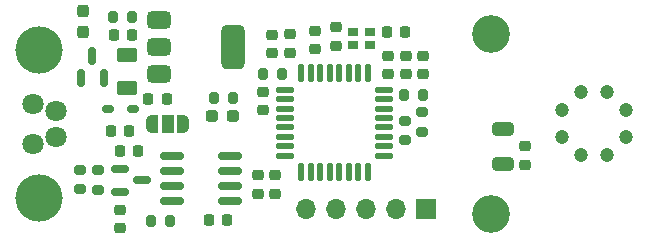
<source format=gbr>
%TF.GenerationSoftware,KiCad,Pcbnew,8.0.8*%
%TF.CreationDate,2025-03-12T20:30:10+01:00*%
%TF.ProjectId,TTS,5454532e-6b69-4636-9164-5f7063625858,rev?*%
%TF.SameCoordinates,PX2255100PY2ebae40*%
%TF.FileFunction,Soldermask,Top*%
%TF.FilePolarity,Negative*%
%FSLAX46Y46*%
G04 Gerber Fmt 4.6, Leading zero omitted, Abs format (unit mm)*
G04 Created by KiCad (PCBNEW 8.0.8) date 2025-03-12 20:30:10*
%MOMM*%
%LPD*%
G01*
G04 APERTURE LIST*
G04 Aperture macros list*
%AMRoundRect*
0 Rectangle with rounded corners*
0 $1 Rounding radius*
0 $2 $3 $4 $5 $6 $7 $8 $9 X,Y pos of 4 corners*
0 Add a 4 corners polygon primitive as box body*
4,1,4,$2,$3,$4,$5,$6,$7,$8,$9,$2,$3,0*
0 Add four circle primitives for the rounded corners*
1,1,$1+$1,$2,$3*
1,1,$1+$1,$4,$5*
1,1,$1+$1,$6,$7*
1,1,$1+$1,$8,$9*
0 Add four rect primitives between the rounded corners*
20,1,$1+$1,$2,$3,$4,$5,0*
20,1,$1+$1,$4,$5,$6,$7,0*
20,1,$1+$1,$6,$7,$8,$9,0*
20,1,$1+$1,$8,$9,$2,$3,0*%
%AMFreePoly0*
4,1,19,0.550000,-0.750000,0.000000,-0.750000,0.000000,-0.744911,-0.071157,-0.744911,-0.207708,-0.704816,-0.327430,-0.627875,-0.420627,-0.520320,-0.479746,-0.390866,-0.500000,-0.250000,-0.500000,0.250000,-0.479746,0.390866,-0.420627,0.520320,-0.327430,0.627875,-0.207708,0.704816,-0.071157,0.744911,0.000000,0.744911,0.000000,0.750000,0.550000,0.750000,0.550000,-0.750000,0.550000,-0.750000,
$1*%
%AMFreePoly1*
4,1,19,0.000000,0.744911,0.071157,0.744911,0.207708,0.704816,0.327430,0.627875,0.420627,0.520320,0.479746,0.390866,0.500000,0.250000,0.500000,-0.250000,0.479746,-0.390866,0.420627,-0.520320,0.327430,-0.627875,0.207708,-0.704816,0.071157,-0.744911,0.000000,-0.744911,0.000000,-0.750000,-0.550000,-0.750000,-0.550000,0.750000,0.000000,0.750000,0.000000,0.744911,0.000000,0.744911,
$1*%
G04 Aperture macros list end*
%ADD10RoundRect,0.150000X-0.587500X-0.150000X0.587500X-0.150000X0.587500X0.150000X-0.587500X0.150000X0*%
%ADD11RoundRect,0.225000X0.225000X0.250000X-0.225000X0.250000X-0.225000X-0.250000X0.225000X-0.250000X0*%
%ADD12R,1.700000X1.700000*%
%ADD13O,1.700000X1.700000*%
%ADD14R,0.900000X0.800000*%
%ADD15C,1.800000*%
%ADD16C,4.000000*%
%ADD17RoundRect,0.225000X-0.225000X-0.250000X0.225000X-0.250000X0.225000X0.250000X-0.225000X0.250000X0*%
%ADD18C,3.200000*%
%ADD19RoundRect,0.150000X0.325000X0.150000X-0.325000X0.150000X-0.325000X-0.150000X0.325000X-0.150000X0*%
%ADD20RoundRect,0.150000X0.825000X0.150000X-0.825000X0.150000X-0.825000X-0.150000X0.825000X-0.150000X0*%
%ADD21RoundRect,0.237500X-0.287500X-0.237500X0.287500X-0.237500X0.287500X0.237500X-0.287500X0.237500X0*%
%ADD22RoundRect,0.150000X0.150000X-0.587500X0.150000X0.587500X-0.150000X0.587500X-0.150000X-0.587500X0*%
%ADD23RoundRect,0.200000X0.275000X-0.200000X0.275000X0.200000X-0.275000X0.200000X-0.275000X-0.200000X0*%
%ADD24RoundRect,0.200000X0.200000X0.275000X-0.200000X0.275000X-0.200000X-0.275000X0.200000X-0.275000X0*%
%ADD25RoundRect,0.200000X-0.200000X-0.275000X0.200000X-0.275000X0.200000X0.275000X-0.200000X0.275000X0*%
%ADD26RoundRect,0.125000X-0.125000X0.625000X-0.125000X-0.625000X0.125000X-0.625000X0.125000X0.625000X0*%
%ADD27RoundRect,0.125000X-0.625000X0.125000X-0.625000X-0.125000X0.625000X-0.125000X0.625000X0.125000X0*%
%ADD28C,1.200000*%
%ADD29RoundRect,0.237500X0.237500X-0.287500X0.237500X0.287500X-0.237500X0.287500X-0.237500X-0.287500X0*%
%ADD30RoundRect,0.225000X0.250000X-0.225000X0.250000X0.225000X-0.250000X0.225000X-0.250000X-0.225000X0*%
%ADD31RoundRect,0.218750X0.256250X-0.218750X0.256250X0.218750X-0.256250X0.218750X-0.256250X-0.218750X0*%
%ADD32RoundRect,0.250000X-0.625000X0.375000X-0.625000X-0.375000X0.625000X-0.375000X0.625000X0.375000X0*%
%ADD33RoundRect,0.225000X-0.250000X0.225000X-0.250000X-0.225000X0.250000X-0.225000X0.250000X0.225000X0*%
%ADD34FreePoly0,180.000000*%
%ADD35R,1.000000X1.500000*%
%ADD36FreePoly1,180.000000*%
%ADD37RoundRect,0.375000X-0.625000X-0.375000X0.625000X-0.375000X0.625000X0.375000X-0.625000X0.375000X0*%
%ADD38RoundRect,0.500000X-0.500000X-1.400000X0.500000X-1.400000X0.500000X1.400000X-0.500000X1.400000X0*%
%ADD39RoundRect,0.250000X0.650000X-0.325000X0.650000X0.325000X-0.650000X0.325000X-0.650000X-0.325000X0*%
%ADD40RoundRect,0.200000X-0.275000X0.200000X-0.275000X-0.200000X0.275000X-0.200000X0.275000X0.200000X0*%
G04 APERTURE END LIST*
D10*
%TO.C,D3*%
X109572500Y4160000D03*
X109572500Y2260000D03*
X111447500Y3210000D03*
%TD*%
D11*
%TO.C,C12*%
X110320000Y7430000D03*
X108770000Y7430000D03*
%TD*%
D12*
%TO.C,J2*%
X135440000Y810000D03*
D13*
X132900000Y810000D03*
X130360001Y810000D03*
X127820000Y810000D03*
X125280000Y810000D03*
%TD*%
D14*
%TO.C,Y1*%
X129285000Y14640000D03*
X130685000Y14640000D03*
X130685000Y15740000D03*
X129285000Y15740000D03*
%TD*%
D15*
%TO.C,J1*%
X102200000Y6300000D03*
X104150000Y6925000D03*
X102200000Y9700000D03*
X104150000Y9075000D03*
D16*
X102700000Y14250000D03*
X102700000Y1750000D03*
%TD*%
D17*
%TO.C,C15*%
X117085000Y-100000D03*
X118635000Y-100000D03*
%TD*%
D18*
%TO.C,H1*%
X141000000Y15600000D03*
%TD*%
D19*
%TO.C,D1*%
X110620000Y9230000D03*
X108520000Y9230000D03*
%TD*%
D20*
%TO.C,U4*%
X118870000Y1455000D03*
X118870000Y2725000D03*
X118870000Y3995000D03*
X118870000Y5265000D03*
X113920000Y5265000D03*
X113920000Y3995000D03*
X113920000Y2725000D03*
X113920000Y1455000D03*
%TD*%
D21*
%TO.C,VO2*%
X117377500Y8650000D03*
X119127500Y8650000D03*
%TD*%
D22*
%TO.C,D4*%
X108160000Y11892500D03*
X107210000Y13767500D03*
X106260000Y11892500D03*
%TD*%
D23*
%TO.C,R1*%
X133670000Y6625000D03*
X133670000Y8275000D03*
%TD*%
D18*
%TO.C,H3*%
X141000000Y400000D03*
%TD*%
D24*
%TO.C,R3*%
X113825000Y-210000D03*
X112175000Y-210000D03*
%TD*%
D23*
%TO.C,R2*%
X135135000Y7345000D03*
X135135000Y8995000D03*
%TD*%
D25*
%TO.C,R9*%
X117485000Y10150000D03*
X119135000Y10150000D03*
%TD*%
D26*
%TO.C,U5*%
X130510000Y12275000D03*
X129710000Y12275000D03*
X128910000Y12275000D03*
X128110000Y12275000D03*
X127310000Y12275000D03*
X126510000Y12275000D03*
X125710000Y12275000D03*
X124910000Y12275000D03*
D27*
X123535000Y10900000D03*
X123535000Y10100000D03*
X123535000Y9300000D03*
X123535000Y8500000D03*
X123535000Y7700000D03*
X123535000Y6900000D03*
X123535000Y6100000D03*
X123535000Y5300000D03*
D26*
X124910000Y3925000D03*
X125710000Y3925000D03*
X126510000Y3925000D03*
X127310000Y3925000D03*
X128110000Y3925000D03*
X128910000Y3925000D03*
X129710000Y3925000D03*
X130510000Y3925000D03*
D27*
X131885000Y5300000D03*
X131885000Y6100000D03*
X131885000Y6900000D03*
X131885000Y7700000D03*
X131885000Y8500000D03*
X131885000Y9300000D03*
X131885000Y10100000D03*
X131885000Y10900000D03*
%TD*%
D28*
%TO.C,U2*%
X146980000Y9154872D03*
X148562564Y10737436D03*
X148562564Y5337436D03*
X152380000Y9154872D03*
X150797436Y5337436D03*
X152380000Y6920000D03*
X146980000Y6920000D03*
X150797436Y10737436D03*
%TD*%
D29*
%TO.C,VO1*%
X106440000Y15765000D03*
X106440000Y17515000D03*
%TD*%
D30*
%TO.C,C6*%
X132275000Y12185000D03*
X132275000Y13735000D03*
%TD*%
D11*
%TO.C,C14*%
X111095000Y5690000D03*
X109545000Y5690000D03*
%TD*%
D31*
%TO.C,D2*%
X121685000Y9162500D03*
X121685000Y10737500D03*
%TD*%
D32*
%TO.C,F1*%
X110130000Y13860000D03*
X110130000Y11060000D03*
%TD*%
D24*
%TO.C,R5*%
X110605000Y17090000D03*
X108955000Y17090000D03*
%TD*%
D33*
%TO.C,C17*%
X121250000Y3645000D03*
X121250000Y2095000D03*
%TD*%
D23*
%TO.C,R8*%
X107700000Y2435000D03*
X107700000Y4085000D03*
%TD*%
D25*
%TO.C,R4*%
X133570000Y10420000D03*
X135220000Y10420000D03*
%TD*%
D30*
%TO.C,C8*%
X122455000Y14015000D03*
X122455000Y15565000D03*
%TD*%
D34*
%TO.C,JP1*%
X114890000Y8017500D03*
D35*
X113590000Y8017500D03*
D36*
X112290000Y8017500D03*
%TD*%
D30*
%TO.C,C10*%
X127830000Y14615000D03*
X127830000Y16165000D03*
%TD*%
%TO.C,C4*%
X143850000Y4535000D03*
X143850000Y6085000D03*
%TD*%
D37*
%TO.C,U1*%
X112850000Y16810000D03*
X112850000Y14510000D03*
D38*
X119150000Y14510000D03*
D37*
X112850000Y12210000D03*
%TD*%
D39*
%TO.C,C11*%
X141960000Y4595000D03*
X141960000Y7545000D03*
%TD*%
D11*
%TO.C,C9*%
X133675000Y15750000D03*
X132125000Y15750000D03*
%TD*%
D33*
%TO.C,C18*%
X122710000Y3645000D03*
X122710000Y2095000D03*
%TD*%
D17*
%TO.C,C1*%
X111955000Y10080000D03*
X113505000Y10080000D03*
%TD*%
D24*
%TO.C,R6*%
X123270000Y12230000D03*
X121620000Y12230000D03*
%TD*%
D30*
%TO.C,C16*%
X123945000Y14025000D03*
X123945000Y15575000D03*
%TD*%
D40*
%TO.C,R7*%
X106180000Y4095000D03*
X106180000Y2445000D03*
%TD*%
D11*
%TO.C,C2*%
X110605000Y15560000D03*
X109055000Y15560000D03*
%TD*%
D33*
%TO.C,C3*%
X126025000Y15875000D03*
X126025000Y14325000D03*
%TD*%
D30*
%TO.C,C7*%
X133755000Y12185000D03*
X133755000Y13735000D03*
%TD*%
D33*
%TO.C,C13*%
X109540000Y735000D03*
X109540000Y-815000D03*
%TD*%
D30*
%TO.C,C5*%
X135225000Y12185000D03*
X135225000Y13735000D03*
%TD*%
M02*

</source>
